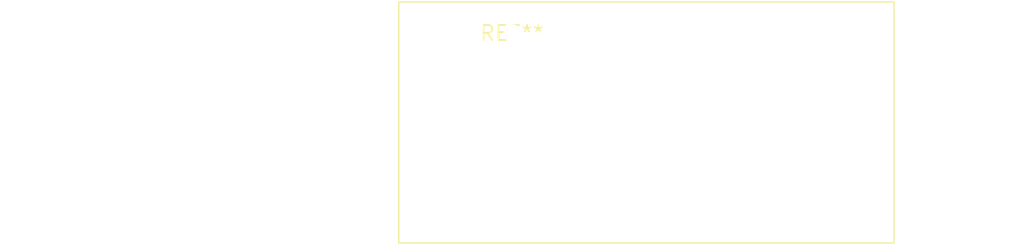
<source format=kicad_pcb>
(kicad_pcb (version 20240108) (generator pcbnew)
  (layers (0 "F.Cu" signal) (31 "B.Cu" signal) (34 "B.Paste" user) (35 "F.Paste" user) (36 "B.SilkS" user "B.Silkscreen") (37 "F.SilkS" user "F.Silkscreen") (38 "B.Mask" user) (39 "F.Mask" user) (44 "Edge.Cuts" user))
  (net 0 "")
  (footprint "L_CommonMode_Toroid_Vertical_L41.9mm_W20.3mm_Px15.24mm_Py22.86mm_Bourns_8100" (layer "F.Cu") (at 0 0)
    (property "Reference" "REF**")
    (property "Value" "L_CommonMode_Toroid_Vertical_L41.9mm_W20.3mm_Px15.24mm_Py22.86mm_Bourns_8100")
    (fp_line (start -9.645 -2.66) (end -9.645 17.9) (layer "F.SilkS") (stroke (width 0.12)))
    (fp_line (start -9.645 -2.66) (end 32.505 -2.66) (layer "F.SilkS") (stroke (width 0.12)))
    (fp_line (start -9.645 17.9) (end 32.505 17.9) (layer "F.SilkS") (stroke (width 0.12)))
    (fp_line (start 32.505 -2.66) (end 32.505 17.9) (layer "F.SilkS") (stroke (width 0.12)))
    (pad "1" thru_hole rect (at 0 0) (size 3 3) (drill 1.5) (layers *.Cu *.Mask) (remove_unused_layers))
    (pad "2" thru_hole circle (at 0 15.24) (size 3 3) (drill 1.5) (layers *.Cu *.Mask) (remove_unused_layers))
    (pad "3" thru_hole circle (at 22.86 15.24) (size 3 3) (drill 1.5) (layers *.Cu *.Mask) (remove_unused_layers))
    (pad "4" thru_hole circle (at 22.86 0) (size 3 3) (drill 1.5) (layers *.Cu *.Mask) (remove_unused_layers))
  )
)
</source>
